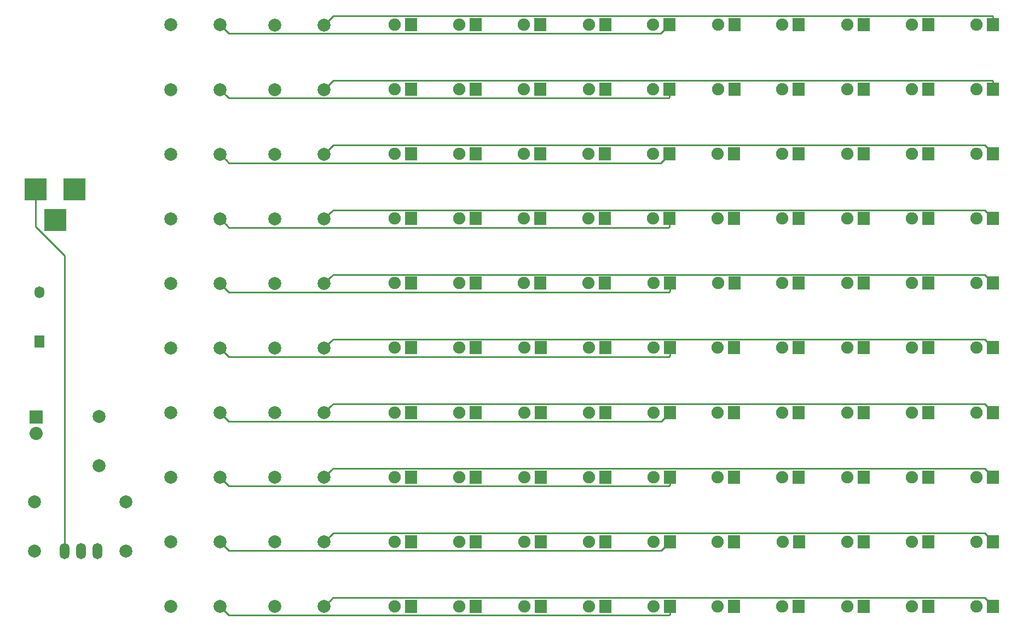
<source format=gbr>
G04 #@! TF.FileFunction,Copper,L2,Bot,Signal*
%FSLAX46Y46*%
G04 Gerber Fmt 4.6, Leading zero omitted, Abs format (unit mm)*
G04 Created by KiCad (PCBNEW 4.0.2-stable) date Monday, 06 March 2017 12:37:51*
%MOMM*%
G01*
G04 APERTURE LIST*
%ADD10C,0.100000*%
%ADD11R,3.500120X3.500120*%
%ADD12R,1.900000X2.000000*%
%ADD13C,1.900000*%
%ADD14R,2.032000X2.032000*%
%ADD15O,2.032000X2.032000*%
%ADD16O,1.501140X2.499360*%
%ADD17C,1.998980*%
%ADD18R,1.524000X1.824000*%
%ADD19O,1.524000X1.824000*%
%ADD20C,0.250000*%
G04 APERTURE END LIST*
D10*
D11*
X74700140Y-64000000D03*
X68700660Y-64000000D03*
X71700400Y-68699000D03*
D12*
X126750000Y-38500000D03*
D13*
X124210000Y-38500000D03*
D12*
X136750000Y-38500000D03*
D13*
X134210000Y-38500000D03*
D12*
X146750000Y-38500000D03*
D13*
X144210000Y-38500000D03*
D12*
X156790000Y-38500000D03*
D13*
X154250000Y-38500000D03*
D12*
X166750000Y-38500000D03*
D13*
X164210000Y-38500000D03*
D12*
X126750000Y-48500000D03*
D13*
X124210000Y-48500000D03*
D12*
X136750000Y-48500000D03*
D13*
X134210000Y-48500000D03*
D12*
X146750000Y-48500000D03*
D13*
X144210000Y-48500000D03*
D12*
X156790000Y-48500000D03*
D13*
X154250000Y-48500000D03*
D12*
X166750000Y-48500000D03*
D13*
X164210000Y-48500000D03*
D12*
X126790000Y-58500000D03*
D13*
X124250000Y-58500000D03*
D12*
X136750000Y-58500000D03*
D13*
X134210000Y-58500000D03*
D12*
X146750000Y-58500000D03*
D13*
X144210000Y-58500000D03*
D12*
X156750000Y-58500000D03*
D13*
X154210000Y-58500000D03*
D12*
X166750000Y-58500000D03*
D13*
X164210000Y-58500000D03*
D12*
X126750000Y-68500000D03*
D13*
X124210000Y-68500000D03*
D12*
X136750000Y-68500000D03*
D13*
X134210000Y-68500000D03*
D12*
X146750000Y-68500000D03*
D13*
X144210000Y-68500000D03*
D12*
X156750000Y-68500000D03*
D13*
X154210000Y-68500000D03*
D12*
X166750000Y-68500000D03*
D13*
X164210000Y-68500000D03*
D12*
X126790000Y-78500000D03*
D13*
X124250000Y-78500000D03*
D12*
X136750000Y-78500000D03*
D13*
X134210000Y-78500000D03*
D12*
X146750000Y-78500000D03*
D13*
X144210000Y-78500000D03*
D12*
X156750000Y-78500000D03*
D13*
X154210000Y-78500000D03*
D12*
X166790000Y-78500000D03*
D13*
X164250000Y-78500000D03*
D12*
X126750000Y-88500000D03*
D13*
X124210000Y-88500000D03*
D12*
X136790000Y-88500000D03*
D13*
X134250000Y-88500000D03*
D12*
X146790000Y-88500000D03*
D13*
X144250000Y-88500000D03*
D12*
X156790000Y-88500000D03*
D13*
X154250000Y-88500000D03*
D12*
X166790000Y-88500000D03*
D13*
X164250000Y-88500000D03*
D12*
X126790000Y-98500000D03*
D13*
X124250000Y-98500000D03*
D12*
X136790000Y-98500000D03*
D13*
X134250000Y-98500000D03*
D12*
X146790000Y-98500000D03*
D13*
X144250000Y-98500000D03*
D12*
X156790000Y-98500000D03*
D13*
X154250000Y-98500000D03*
D12*
X166790000Y-98500000D03*
D13*
X164250000Y-98500000D03*
D12*
X126790000Y-108500000D03*
D13*
X124250000Y-108500000D03*
D12*
X136790000Y-108500000D03*
D13*
X134250000Y-108500000D03*
D12*
X146790000Y-108500000D03*
D13*
X144250000Y-108500000D03*
D12*
X156790000Y-108500000D03*
D13*
X154250000Y-108500000D03*
D12*
X166790000Y-108500000D03*
D13*
X164250000Y-108500000D03*
D12*
X126790000Y-118500000D03*
D13*
X124250000Y-118500000D03*
D12*
X136790000Y-118500000D03*
D13*
X134250000Y-118500000D03*
D12*
X146790000Y-118500000D03*
D13*
X144250000Y-118500000D03*
D12*
X156790000Y-118500000D03*
D13*
X154250000Y-118500000D03*
D12*
X166790000Y-118500000D03*
D13*
X164250000Y-118500000D03*
D12*
X126790000Y-128500000D03*
D13*
X124250000Y-128500000D03*
D12*
X136790000Y-128500000D03*
D13*
X134250000Y-128500000D03*
D12*
X146790000Y-128500000D03*
D13*
X144250000Y-128500000D03*
D12*
X156790000Y-128500000D03*
D13*
X154250000Y-128500000D03*
D12*
X166790000Y-128500000D03*
D13*
X164250000Y-128500000D03*
D12*
X176790000Y-38500000D03*
D13*
X174250000Y-38500000D03*
D12*
X186750000Y-38500000D03*
D13*
X184210000Y-38500000D03*
D12*
X196790000Y-38500000D03*
D13*
X194250000Y-38500000D03*
D12*
X206790000Y-38500000D03*
D13*
X204250000Y-38500000D03*
D12*
X216750000Y-38500000D03*
D13*
X214210000Y-38500000D03*
D12*
X176790000Y-48500000D03*
D13*
X174250000Y-48500000D03*
D12*
X186750000Y-48500000D03*
D13*
X184210000Y-48500000D03*
D12*
X196750000Y-48500000D03*
D13*
X194210000Y-48500000D03*
D12*
X206750000Y-48500000D03*
D13*
X204210000Y-48500000D03*
D12*
X216750000Y-48500000D03*
D13*
X214210000Y-48500000D03*
D12*
X176750000Y-58500000D03*
D13*
X174210000Y-58500000D03*
D12*
X186750000Y-58500000D03*
D13*
X184210000Y-58500000D03*
D12*
X196750000Y-58500000D03*
D13*
X194210000Y-58500000D03*
D12*
X206750000Y-58500000D03*
D13*
X204210000Y-58500000D03*
D12*
X216750000Y-58500000D03*
D13*
X214210000Y-58500000D03*
D12*
X176750000Y-68500000D03*
D13*
X174210000Y-68500000D03*
D12*
X186750000Y-68500000D03*
D13*
X184210000Y-68500000D03*
D12*
X196790000Y-68500000D03*
D13*
X194250000Y-68500000D03*
D12*
X206750000Y-68500000D03*
D13*
X204210000Y-68500000D03*
D12*
X216750000Y-68500000D03*
D13*
X214210000Y-68500000D03*
D12*
X176790000Y-78500000D03*
D13*
X174250000Y-78500000D03*
D12*
X186750000Y-78500000D03*
D13*
X184210000Y-78500000D03*
D12*
X196790000Y-78500000D03*
D13*
X194250000Y-78500000D03*
D12*
X206750000Y-78500000D03*
D13*
X204210000Y-78500000D03*
D12*
X216750000Y-78500000D03*
D13*
X214210000Y-78500000D03*
D12*
X176750000Y-88500000D03*
D13*
X174210000Y-88500000D03*
D12*
X186750000Y-88500000D03*
D13*
X184210000Y-88500000D03*
D12*
X196750000Y-88500000D03*
D13*
X194210000Y-88500000D03*
D12*
X206750000Y-88500000D03*
D13*
X204210000Y-88500000D03*
D12*
X216750000Y-88500000D03*
D13*
X214210000Y-88500000D03*
D12*
X176750000Y-98500000D03*
D13*
X174210000Y-98500000D03*
D12*
X186750000Y-98500000D03*
D13*
X184210000Y-98500000D03*
D12*
X196750000Y-98500000D03*
D13*
X194210000Y-98500000D03*
D12*
X206750000Y-98500000D03*
D13*
X204210000Y-98500000D03*
D12*
X216750000Y-98500000D03*
D13*
X214210000Y-98500000D03*
D12*
X176750000Y-108500000D03*
D13*
X174210000Y-108500000D03*
D12*
X186750000Y-108500000D03*
D13*
X184210000Y-108500000D03*
D12*
X196790000Y-108500000D03*
D13*
X194250000Y-108500000D03*
D12*
X206750000Y-108500000D03*
D13*
X204210000Y-108500000D03*
D12*
X216750000Y-108500000D03*
D13*
X214210000Y-108500000D03*
D12*
X176750000Y-118500000D03*
D13*
X174210000Y-118500000D03*
D12*
X186790000Y-118500000D03*
D13*
X184250000Y-118500000D03*
D12*
X196750000Y-118500000D03*
D13*
X194210000Y-118500000D03*
D12*
X206750000Y-118500000D03*
D13*
X204210000Y-118500000D03*
D12*
X216750000Y-118500000D03*
D13*
X214210000Y-118500000D03*
D12*
X176750000Y-128500000D03*
D13*
X174210000Y-128500000D03*
D12*
X186750000Y-128500000D03*
D13*
X184210000Y-128500000D03*
D12*
X196750000Y-128500000D03*
D13*
X194210000Y-128500000D03*
D12*
X206750000Y-128500000D03*
D13*
X204210000Y-128500000D03*
D12*
X216750000Y-128500000D03*
D13*
X214210000Y-128500000D03*
D14*
X68750000Y-99250000D03*
D15*
X68750000Y-101790000D03*
D16*
X75710000Y-119986000D03*
X78250000Y-119986000D03*
X73170000Y-119986000D03*
D17*
X97225000Y-38550000D03*
X89605000Y-38550000D03*
X97225000Y-48547222D03*
X89605000Y-48547222D03*
X97225000Y-58544444D03*
X89605000Y-58544444D03*
X97225000Y-68541666D03*
X89605000Y-68541666D03*
X97225000Y-78538888D03*
X89605000Y-78538888D03*
X97225000Y-88536110D03*
X89605000Y-88536110D03*
X97225000Y-98533332D03*
X89605000Y-98533332D03*
X97225000Y-108530554D03*
X89605000Y-108530554D03*
X97225000Y-118527776D03*
X89605000Y-118527776D03*
X97225000Y-128524998D03*
X89605000Y-128524998D03*
X113325000Y-38575000D03*
X105705000Y-38575000D03*
X113325000Y-48572222D03*
X105705000Y-48572222D03*
X113325000Y-58569444D03*
X105705000Y-58569444D03*
X113325000Y-68566666D03*
X105705000Y-68566666D03*
X113325000Y-78563888D03*
X105705000Y-78563888D03*
X113325000Y-88561110D03*
X105705000Y-88561110D03*
X113325000Y-98558332D03*
X105705000Y-98558332D03*
X113325000Y-108555554D03*
X105705000Y-108555554D03*
X113325000Y-118552776D03*
X105705000Y-118552776D03*
X113325000Y-128549998D03*
X105705000Y-128549998D03*
X78500000Y-106750000D03*
X78500000Y-99130000D03*
X82625000Y-119975000D03*
X82625000Y-112355000D03*
X68525000Y-112375000D03*
X68525000Y-119995000D03*
D18*
X69250000Y-87500000D03*
D19*
X69250000Y-79880000D03*
D20*
X73170000Y-119986000D02*
X73170000Y-74253722D01*
X73170000Y-74253722D02*
X68700660Y-69784382D01*
X68700660Y-69784382D02*
X68700660Y-66000060D01*
X68700660Y-66000060D02*
X68700660Y-64000000D01*
X166750000Y-38500000D02*
X166750000Y-38550000D01*
X166750000Y-38550000D02*
X165400509Y-39899491D01*
X165400509Y-39899491D02*
X98574491Y-39899491D01*
X98574491Y-39899491D02*
X98224489Y-39549489D01*
X98224489Y-39549489D02*
X97225000Y-38550000D01*
X166750000Y-48500000D02*
X166750000Y-49750000D01*
X166750000Y-49750000D02*
X166603287Y-49896713D01*
X166603287Y-49896713D02*
X98574491Y-49896713D01*
X98574491Y-49896713D02*
X98224489Y-49546711D01*
X98224489Y-49546711D02*
X97225000Y-48547222D01*
X166750000Y-58500000D02*
X166750000Y-58550000D01*
X166750000Y-58550000D02*
X165406065Y-59893935D01*
X165406065Y-59893935D02*
X98574491Y-59893935D01*
X98574491Y-59893935D02*
X98224489Y-59543933D01*
X98224489Y-59543933D02*
X97225000Y-58544444D01*
X166750000Y-68500000D02*
X166750000Y-69750000D01*
X166750000Y-69750000D02*
X166608843Y-69891157D01*
X166608843Y-69891157D02*
X98574491Y-69891157D01*
X98574491Y-69891157D02*
X98224489Y-69541155D01*
X98224489Y-69541155D02*
X97225000Y-68541666D01*
X166790000Y-78500000D02*
X166790000Y-79750000D01*
X166790000Y-79750000D02*
X166651621Y-79888379D01*
X166651621Y-79888379D02*
X98574491Y-79888379D01*
X98574491Y-79888379D02*
X98224489Y-79538377D01*
X98224489Y-79538377D02*
X97225000Y-78538888D01*
X166790000Y-88500000D02*
X166790000Y-89750000D01*
X166790000Y-89750000D02*
X166654399Y-89885601D01*
X166654399Y-89885601D02*
X98574491Y-89885601D01*
X98574491Y-89885601D02*
X98224489Y-89535599D01*
X98224489Y-89535599D02*
X97225000Y-88536110D01*
X166790000Y-98500000D02*
X166790000Y-98550000D01*
X166790000Y-98550000D02*
X165457177Y-99882823D01*
X98574491Y-99882823D02*
X98224489Y-99532821D01*
X165457177Y-99882823D02*
X98574491Y-99882823D01*
X98224489Y-99532821D02*
X97225000Y-98533332D01*
X166790000Y-108500000D02*
X166790000Y-109750000D01*
X166790000Y-109750000D02*
X166659955Y-109880045D01*
X98574491Y-109880045D02*
X98224489Y-109530043D01*
X166659955Y-109880045D02*
X98574491Y-109880045D01*
X98224489Y-109530043D02*
X97225000Y-108530554D01*
X166790000Y-118500000D02*
X166790000Y-118550000D01*
X166790000Y-118550000D02*
X165462733Y-119877267D01*
X165462733Y-119877267D02*
X98574491Y-119877267D01*
X98574491Y-119877267D02*
X98224489Y-119527265D01*
X98224489Y-119527265D02*
X97225000Y-118527776D01*
X166790000Y-128500000D02*
X166790000Y-129750000D01*
X166790000Y-129750000D02*
X166665511Y-129874489D01*
X166665511Y-129874489D02*
X98574491Y-129874489D01*
X98574491Y-129874489D02*
X98224489Y-129524487D01*
X98224489Y-129524487D02*
X97225000Y-128524998D01*
X216750000Y-38500000D02*
X216750000Y-37250000D01*
X216750000Y-37250000D02*
X216674999Y-37174999D01*
X216674999Y-37174999D02*
X114725001Y-37174999D01*
X114725001Y-37174999D02*
X114324489Y-37575511D01*
X114324489Y-37575511D02*
X113325000Y-38575000D01*
X216750000Y-48500000D02*
X216750000Y-47250000D01*
X216750000Y-47250000D02*
X216674999Y-47174999D01*
X216674999Y-47174999D02*
X114722223Y-47174999D01*
X114722223Y-47174999D02*
X114324489Y-47572733D01*
X114324489Y-47572733D02*
X113325000Y-48572222D01*
X216750000Y-58500000D02*
X216750000Y-58450000D01*
X216750000Y-58450000D02*
X215474999Y-57174999D01*
X215474999Y-57174999D02*
X114719445Y-57174999D01*
X114719445Y-57174999D02*
X114324489Y-57569955D01*
X114324489Y-57569955D02*
X113325000Y-58569444D01*
X216750000Y-68500000D02*
X216750000Y-68450000D01*
X216750000Y-68450000D02*
X215474999Y-67174999D01*
X215474999Y-67174999D02*
X114716667Y-67174999D01*
X114716667Y-67174999D02*
X114324489Y-67567177D01*
X114324489Y-67567177D02*
X113325000Y-68566666D01*
X216750000Y-78500000D02*
X216750000Y-78450000D01*
X216750000Y-78450000D02*
X215474999Y-77174999D01*
X215474999Y-77174999D02*
X114713889Y-77174999D01*
X114713889Y-77174999D02*
X114324489Y-77564399D01*
X114324489Y-77564399D02*
X113325000Y-78563888D01*
X216750000Y-88500000D02*
X216750000Y-88450000D01*
X216750000Y-88450000D02*
X215474999Y-87174999D01*
X215474999Y-87174999D02*
X114711111Y-87174999D01*
X114711111Y-87174999D02*
X114324489Y-87561621D01*
X114324489Y-87561621D02*
X113325000Y-88561110D01*
X216750000Y-98500000D02*
X216750000Y-98450000D01*
X216750000Y-98450000D02*
X215474999Y-97174999D01*
X215474999Y-97174999D02*
X114708333Y-97174999D01*
X114324489Y-97558843D02*
X113325000Y-98558332D01*
X114708333Y-97174999D02*
X114324489Y-97558843D01*
X216750000Y-108500000D02*
X216750000Y-108450000D01*
X216750000Y-108450000D02*
X215474999Y-107174999D01*
X215474999Y-107174999D02*
X114705555Y-107174999D01*
X114705555Y-107174999D02*
X114324489Y-107556065D01*
X114324489Y-107556065D02*
X113325000Y-108555554D01*
X216750000Y-118500000D02*
X216750000Y-118450000D01*
X216750000Y-118450000D02*
X215474999Y-117174999D01*
X215474999Y-117174999D02*
X114702777Y-117174999D01*
X114702777Y-117174999D02*
X114324489Y-117553287D01*
X114324489Y-117553287D02*
X113325000Y-118552776D01*
X216750000Y-128500000D02*
X216750000Y-128450000D01*
X216750000Y-128450000D02*
X215474999Y-127174999D01*
X215474999Y-127174999D02*
X114699999Y-127174999D01*
X114699999Y-127174999D02*
X114324489Y-127550509D01*
X114324489Y-127550509D02*
X113325000Y-128549998D01*
M02*

</source>
